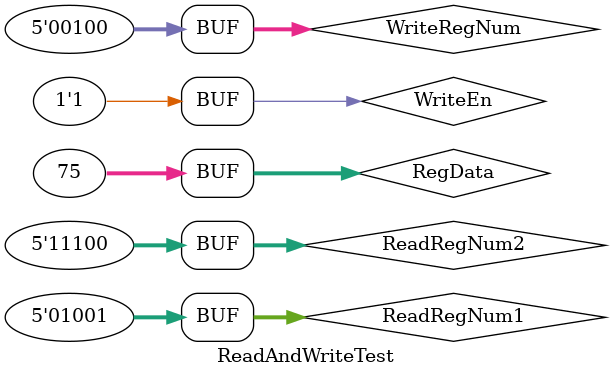
<source format=v>
`timescale 1ns / 1ps


module ReadAndWriteTest;

	// Inputs
	reg [4:0] ReadRegNum1;
	reg [4:0] ReadRegNum2;
	reg WriteEn;
	reg [4:0] WriteRegNum;
	reg [31:0] RegData;

	// Outputs
	wire [31:0] ReadOut1;
	wire [31:0] ReadOut2;

	// Instantiate the Unit Under Test (UUT)
	ReadAndWrite uut (
		.ReadRegNum1(ReadRegNum1), 
		.ReadRegNum2(ReadRegNum2), 
		.ReadOut1(ReadOut1), 
		.ReadOut2(ReadOut2), 
		.WriteEn(WriteEn), 
		.WriteRegNum(WriteRegNum), 
		.RegData(RegData)
	);

	initial begin
		// Initialize Inputs
		ReadRegNum1 = 9;
		ReadRegNum2 = 28;
		WriteEn = 1;
		WriteRegNum = 4;
		RegData = 75;

		// Wait 100 ns for global reset to finish
		#100;
        
		// Add stimulus here

	end
      
endmodule


</source>
